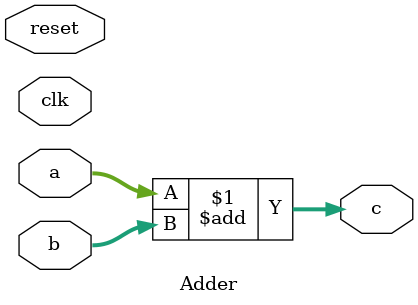
<source format=v>
module Adder #(parameter Size = 32)(
  input wire clk,
  input wire reset,
  input wire [Size-1:0] a,
  input wire [Size-1:0] b,
  output wire [Size-1:0] c
);
  assign c = a + b;
endmodule

</source>
